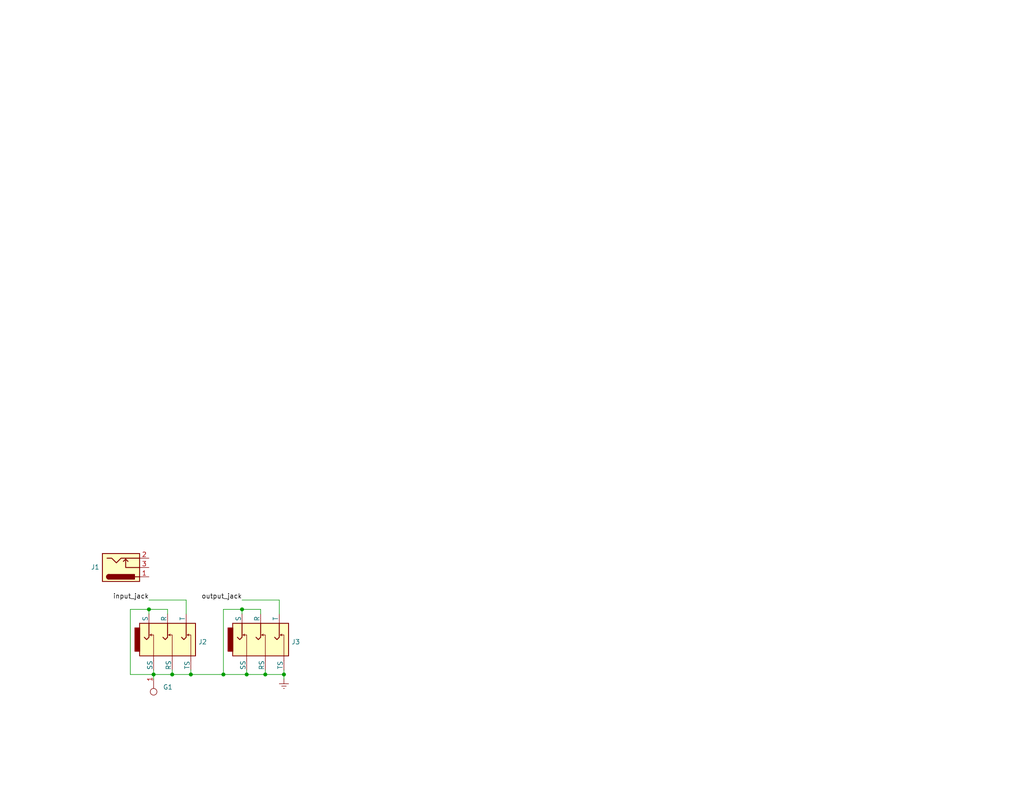
<source format=kicad_sch>
(kicad_sch (version 20231120) (generator "eeschema") (generator_version "8.0")
  (paper "USLetter")
  (title_block (title "Kicad Template - 1590BB") (date "2025-01-17") (rev "1.0.0") (company "Bennett Custom Audio"))
  (lib_symbols
    (symbol "Connector:Barrel_Jack_Switch" (pin_names hide)
      (property "Reference" "J" (at 0 5.334 0))
      (property "Value" "Barrel_Jack_Switch" (at 0 -5.08 0))
      (symbol "Barrel_Jack_Switch_0_1"
        (rectangle (start -5.08 3.81) (end 5.08 -3.81) (stroke (width 0.254)) (fill (type background)))
        (arc (start -3.302 3.175) (mid -3.9343 2.54) (end -3.302 1.905) (stroke (width 0.254)))
        (arc (start -3.302 3.175) (mid -3.9343 2.54) (end -3.302 1.905) (stroke (width 0.254)) (fill (type outline)))
        (polyline (pts (xy 1.27 -2.286) (xy 1.905 -1.651)) (stroke (width 0.254)))
        (polyline (pts (xy 5.08 2.54) (xy 3.81 2.54)) (stroke (width 0.254)))
        (polyline (pts (xy 5.08 0) (xy 1.27 0) (xy 1.27 -2.286) (xy 0.635 -1.651)) (stroke (width 0.254)))
        (polyline (pts (xy -3.81 -2.54) (xy -2.54 -2.54) (xy -1.27 -1.27) (xy 0 -2.54) (xy 2.54 -2.54) (xy 5.08 -2.54)) (stroke (width 0.254)))
        (rectangle (start 3.683 3.175) (end -3.302 1.905) (stroke (width 0.254)) (fill (type outline)))
      )
      (symbol "Barrel_Jack_Switch_1_1"
        (pin passive line (at 7.62 2.54 180) (length 2.54) (name "~") (number "1"))
        (pin passive line (at 7.62 -2.54 180) (length 2.54) (name "~") (number "2"))
        (pin passive line (at 7.62 0 180) (length 2.54) (name "~") (number "3"))
      )
    )
    (symbol "bca-symbols:AudioJack_TRS" (pin_numbers hide) (pin_names (offset 0))
      (property "Reference" "J" (at -10.16 0 0))
      (symbol "AudioJack_TRS_0_1"
        (rectangle (start -8.89 3.81) (end -7.62 -2.54) (stroke (width 0.254)) (fill (type outline)))
        (rectangle (start -7.62 5.08) (end 7.62 -3.81) (stroke (width 0.254)) (fill (type background)))
        (polyline (pts (xy -4.826 1.905) (xy -4.318 1.651)))
        (polyline (pts (xy 0.254 1.905) (xy 0.762 1.651)))
        (polyline (pts (xy 5.334 1.905) (xy 5.842 1.651)))
        (polyline (pts (xy -5.08 5.08) (xy -5.08 1.27) (xy -5.715 0.635) (xy -6.35 1.27)) (stroke (width 0.254)))
        (polyline (pts (xy -3.81 -5.08) (xy -3.81 1.905) (xy -4.826 1.905) (xy -4.318 2.159)))
        (polyline (pts (xy -1.27 1.27) (xy -0.635 0.635) (xy 0 1.27) (xy 0 5.08)) (stroke (width 0.254)))
        (polyline (pts (xy 1.27 -5.08) (xy 1.27 1.905) (xy 0.254 1.905) (xy 0.762 2.159)))
        (polyline (pts (xy 3.81 1.27) (xy 4.445 0.635) (xy 5.08 1.27) (xy 5.08 5.08)) (stroke (width 0.254)))
        (polyline (pts (xy 6.35 -5.08) (xy 6.35 1.905) (xy 5.334 1.905) (xy 5.842 2.159)))
      )
      (symbol "AudioJack_TRS_1_1"
        (pin passive line (at 5.08 7.62 270) (length 2.54) (name "T") (number "1"))
        (pin passive line (at 0 7.62 270) (length 2.54) (name "R") (number "2"))
        (pin passive line (at -5.08 7.62 270) (length 2.54) (name "S") (number "3"))
        (pin passive line (at 6.35 -7.62 90) (length 2.54) (name "TS") (number "4"))
        (pin passive line (at 1.27 -7.62 90) (length 2.54) (name "RS") (number "5"))
        (pin passive line (at -3.81 -7.62 90) (length 2.54) (name "SS") (number "6"))
      )
    )
    (symbol "bca-symbols:GNDSpring" (pin_names (offset 1.016))
      (property "Reference" "G" (at 0 -6.35 0))
      (symbol "GNDSpring_0_1"
        (circle (center 0 -3.4544) (radius 0.9144))
        (polyline (pts (xy 0 0) (xy 0 -2.54)))
      )
      (symbol "GNDSpring_1_1"
        (pin passive line (at 0 0 90) (length 0) (name "") (number "1"))
      )
    )
    (symbol "power:Earth" (power) (pin_names (offset 0))
      (symbol "Earth_0_1"
        (polyline (pts (xy -0.635 -1.905) (xy 0.635 -1.905)))
        (polyline (pts (xy -0.127 -2.54) (xy 0.127 -2.54)))
        (polyline (pts (xy 0 -1.27) (xy 0 0)))
        (polyline (pts (xy 1.27 -1.27) (xy -1.27 -1.27)))
      )
      (symbol "Earth_1_1"
        (pin power_in line (at 0 0 270) (length 0) hide (name "Earth") (number "1"))
      )
    )
  )
  (junction (at 66.04 166.37))
  (junction (at 41.91 184.15))
  (junction (at 40.64 166.37))
  (junction (at 77.47 184.15))
  (junction (at 72.39 184.15))
  (junction (at 52.07 184.15))
  (junction (at 60.96 184.15))
  (junction (at 46.99 184.15))
  (junction (at 67.31 184.15))
  (wire (pts (xy 60.96 166.37) (xy 66.04 166.37)))
  (wire (pts (xy 77.47 184.15) (xy 72.39 184.15)))
  (wire (pts (xy 60.96 184.15) (xy 52.07 184.15)))
  (wire (pts (xy 66.04 167.64) (xy 66.04 166.37)))
  (wire (pts (xy 40.64 163.83) (xy 50.8 163.83)))
  (wire (pts (xy 41.91 184.15) (xy 35.56 184.15)))
  (wire (pts (xy 52.07 182.88) (xy 52.07 184.15)))
  (wire (pts (xy 46.99 182.88) (xy 46.99 184.15)))
  (wire (pts (xy 40.64 167.64) (xy 40.64 166.37)))
  (wire (pts (xy 67.31 182.88) (xy 67.31 184.15)))
  (wire (pts (xy 52.07 184.15) (xy 46.99 184.15)))
  (wire (pts (xy 45.72 166.37) (xy 40.64 166.37)))
  (wire (pts (xy 77.47 185.42) (xy 77.47 184.15)))
  (wire (pts (xy 76.2 163.83) (xy 76.2 167.64)))
  (wire (pts (xy 45.72 167.64) (xy 45.72 166.37)))
  (wire (pts (xy 77.47 182.88) (xy 77.47 184.15)))
  (wire (pts (xy 35.56 166.37) (xy 40.64 166.37)))
  (wire (pts (xy 41.91 182.88) (xy 41.91 184.15)))
  (wire (pts (xy 71.12 166.37) (xy 71.12 167.64)))
  (wire (pts (xy 72.39 184.15) (xy 67.31 184.15)))
  (wire (pts (xy 35.56 184.15) (xy 35.56 166.37)))
  (wire (pts (xy 50.8 163.83) (xy 50.8 167.64)))
  (wire (pts (xy 46.99 184.15) (xy 41.91 184.15)))
  (wire (pts (xy 66.04 166.37) (xy 71.12 166.37)))
  (wire (pts (xy 60.96 184.15) (xy 60.96 166.37)))
  (wire (pts (xy 72.39 182.88) (xy 72.39 184.15)))
  (wire (pts (xy 67.31 184.15) (xy 60.96 184.15)))
  (wire (pts (xy 66.04 163.83) (xy 76.2 163.83)))
  (wire (pts (xy 41.91 185.42) (xy 41.91 184.15)))
  (label "input_jack" (at 40.64 163.83 180))
  (label "output_jack" (at 66.04 163.83 180))
  (symbol (lib_id "bca-symbols:AudioJack_TRS") (at 45.72 175.26 0) (unit 1)
    (property "Reference" "J2" (at 54.102 175.26 0) (effects (justify left)))
    (property "Value" "AudioJack_TRS" (effects (hide yes)))
    (property "Footprint" "bca-footprints:Rean_NYS215" (effects (hide yes)))
  )
  (symbol (lib_id "Connector:Barrel_Jack_Switch") (at 33.02 154.94 0) (mirror x) (unit 1)
    (property "Reference" "J1" (at 27.178 154.8384 0) (effects (justify right)))
    (property "Value" "Barrel_Jack_Switch" (effects (hide yes)))
    (property "Footprint" "bca-footprints:DC_Jack_DC005" (effects (hide yes)))
  )
  (symbol (lib_id "bca-symbols:AudioJack_TRS") (at 71.12 175.26 0) (unit 1)
    (property "Reference" "J3" (at 79.502 175.26 0) (effects (justify left)))
    (property "Value" "AudioJack_TRS" (effects (hide yes)))
    (property "Footprint" "bca-footprints:Rean_NYS215" (effects (hide yes)))
  )
  (symbol (lib_id "power:Earth") (at 77.47 185.42 0) (unit 1)
    (property "Reference" "#PWR0101" (effects (hide yes)))
    (property "Value" "Earth" (effects (hide yes)))
  )
  (symbol (lib_id "bca-symbols:GNDSpring") (at 41.91 185.42 0) (unit 1)
    (property "Reference" "G1" (at 44.45 187.6044 0) (effects (justify left)))
    (property "Value" "GNDSpring" (effects (hide yes)))
    (property "Footprint" "bca-footprints:Keystone_628" (effects (hide yes)))
  )
)
</source>
